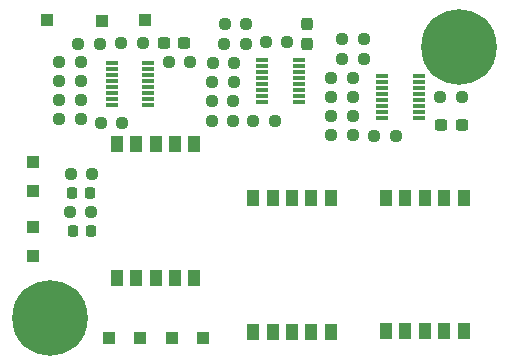
<source format=gbr>
%TF.GenerationSoftware,KiCad,Pcbnew,9.0.5*%
%TF.CreationDate,2026-01-13T21:28:18-06:00*%
%TF.ProjectId,Supplemental Monitoring PCB,53757070-6c65-46d6-956e-74616c204d6f,rev?*%
%TF.SameCoordinates,Original*%
%TF.FileFunction,Soldermask,Top*%
%TF.FilePolarity,Negative*%
%FSLAX46Y46*%
G04 Gerber Fmt 4.6, Leading zero omitted, Abs format (unit mm)*
G04 Created by KiCad (PCBNEW 9.0.5) date 2026-01-13 21:28:18*
%MOMM*%
%LPD*%
G01*
G04 APERTURE LIST*
G04 Aperture macros list*
%AMRoundRect*
0 Rectangle with rounded corners*
0 $1 Rounding radius*
0 $2 $3 $4 $5 $6 $7 $8 $9 X,Y pos of 4 corners*
0 Add a 4 corners polygon primitive as box body*
4,1,4,$2,$3,$4,$5,$6,$7,$8,$9,$2,$3,0*
0 Add four circle primitives for the rounded corners*
1,1,$1+$1,$2,$3*
1,1,$1+$1,$4,$5*
1,1,$1+$1,$6,$7*
1,1,$1+$1,$8,$9*
0 Add four rect primitives between the rounded corners*
20,1,$1+$1,$2,$3,$4,$5,0*
20,1,$1+$1,$4,$5,$6,$7,0*
20,1,$1+$1,$6,$7,$8,$9,0*
20,1,$1+$1,$8,$9,$2,$3,0*%
G04 Aperture macros list end*
%ADD10RoundRect,0.237500X-0.250000X-0.237500X0.250000X-0.237500X0.250000X0.237500X-0.250000X0.237500X0*%
%ADD11RoundRect,0.237500X-0.300000X-0.237500X0.300000X-0.237500X0.300000X0.237500X-0.300000X0.237500X0*%
%ADD12R,0.977900X0.304800*%
%ADD13RoundRect,0.237500X0.237500X-0.300000X0.237500X0.300000X-0.237500X0.300000X-0.237500X-0.300000X0*%
%ADD14RoundRect,0.237500X0.250000X0.237500X-0.250000X0.237500X-0.250000X-0.237500X0.250000X-0.237500X0*%
%ADD15R,1.025000X1.363996*%
%ADD16R,1.000000X1.000000*%
%ADD17RoundRect,0.218750X0.218750X0.256250X-0.218750X0.256250X-0.218750X-0.256250X0.218750X-0.256250X0*%
%ADD18C,3.600000*%
%ADD19C,6.400000*%
G04 APERTURE END LIST*
D10*
%TO.C,R31*%
X150136061Y-101730378D03*
X151961061Y-101730378D03*
%TD*%
D11*
%TO.C,C20*%
X144947500Y-103320000D03*
X146672500Y-103320000D03*
%TD*%
D12*
%TO.C,U7*%
X163458144Y-106129653D03*
X163458144Y-106629779D03*
X163458144Y-107129905D03*
X163458144Y-107630031D03*
X163458144Y-108130157D03*
X163458144Y-108630283D03*
X163458144Y-109130409D03*
X163458144Y-109630535D03*
X166544244Y-109630535D03*
X166544244Y-109130409D03*
X166544244Y-108630283D03*
X166544244Y-108130157D03*
X166544244Y-107630031D03*
X166544244Y-107129905D03*
X166544244Y-106629779D03*
X166544244Y-106129653D03*
%TD*%
D13*
%TO.C,C21*%
X157088561Y-103380378D03*
X157088561Y-101655378D03*
%TD*%
D14*
%TO.C,R40*%
X138905000Y-114360000D03*
X137080000Y-114360000D03*
%TD*%
%TO.C,R25*%
X150921061Y-105020378D03*
X149096061Y-105020378D03*
%TD*%
D10*
%TO.C,R27*%
X152546061Y-109890378D03*
X154371061Y-109890378D03*
%TD*%
D14*
%TO.C,R18*%
X139550000Y-103350000D03*
X137725000Y-103350000D03*
%TD*%
D15*
%TO.C,U9*%
X152532500Y-127770000D03*
X154175000Y-127770000D03*
X155817500Y-127770000D03*
X157460000Y-127770000D03*
X159102500Y-127770000D03*
X159102500Y-116460000D03*
X157460000Y-116460000D03*
X155817500Y-116460000D03*
X154175000Y-116460000D03*
X152532500Y-116460000D03*
%TD*%
D16*
%TO.C,SER*%
X143360000Y-101360000D03*
%TD*%
D10*
%TO.C,R37*%
X159127594Y-109480094D03*
X160952594Y-109480094D03*
%TD*%
D16*
%TO.C,SUPP_REG+*%
X133860000Y-113370000D03*
%TD*%
D10*
%TO.C,R21*%
X136135000Y-108130000D03*
X137960000Y-108130000D03*
%TD*%
D14*
%TO.C,R38*%
X170222500Y-107860000D03*
X168397500Y-107860000D03*
%TD*%
D17*
%TO.C,D2*%
X138760000Y-115970000D03*
X137185000Y-115970000D03*
%TD*%
D15*
%TO.C,U10*%
X163782500Y-127700000D03*
X165425000Y-127700000D03*
X167067500Y-127700000D03*
X168710000Y-127700000D03*
X170352500Y-127700000D03*
X170352500Y-116390000D03*
X168710000Y-116390000D03*
X167067500Y-116390000D03*
X165425000Y-116390000D03*
X163782500Y-116390000D03*
%TD*%
D14*
%TO.C,R1*%
X138812500Y-117640000D03*
X136987500Y-117640000D03*
%TD*%
D12*
%TO.C,U6*%
X153298561Y-104769622D03*
X153298561Y-105269748D03*
X153298561Y-105769874D03*
X153298561Y-106270000D03*
X153298561Y-106770126D03*
X153298561Y-107270252D03*
X153298561Y-107770378D03*
X153298561Y-108270504D03*
X156384661Y-108270504D03*
X156384661Y-107770378D03*
X156384661Y-107270252D03*
X156384661Y-106770126D03*
X156384661Y-106270000D03*
X156384661Y-105769874D03*
X156384661Y-105269748D03*
X156384661Y-104769622D03*
%TD*%
D18*
%TO.C,H4*%
X135330000Y-126550000D03*
D19*
X135330000Y-126550000D03*
%TD*%
D16*
%TO.C,SUPPMON_I1*%
X142970000Y-128270000D03*
%TD*%
D10*
%TO.C,R19*%
X139637500Y-110090000D03*
X141462500Y-110090000D03*
%TD*%
D11*
%TO.C,C22*%
X168457500Y-110270000D03*
X170182500Y-110270000D03*
%TD*%
D16*
%TO.C,SRCLK*%
X139725000Y-101420000D03*
%TD*%
D14*
%TO.C,R23*%
X143182500Y-103330000D03*
X141357500Y-103330000D03*
%TD*%
%TO.C,R26*%
X151921061Y-103350378D03*
X150096061Y-103350378D03*
%TD*%
%TO.C,R28*%
X150861061Y-109890378D03*
X149036061Y-109890378D03*
%TD*%
D12*
%TO.C,U5*%
X140570000Y-105019244D03*
X140570000Y-105519370D03*
X140570000Y-106019496D03*
X140570000Y-106519622D03*
X140570000Y-107019748D03*
X140570000Y-107519874D03*
X140570000Y-108020000D03*
X140570000Y-108520126D03*
X143656100Y-108520126D03*
X143656100Y-108020000D03*
X143656100Y-107519874D03*
X143656100Y-107019748D03*
X143656100Y-106519622D03*
X143656100Y-106019496D03*
X143656100Y-105519370D03*
X143656100Y-105019244D03*
%TD*%
D14*
%TO.C,R22*%
X147222500Y-104900000D03*
X145397500Y-104900000D03*
%TD*%
%TO.C,R24*%
X150911061Y-106620378D03*
X149086061Y-106620378D03*
%TD*%
D10*
%TO.C,R20*%
X136135000Y-109760000D03*
X137960000Y-109760000D03*
%TD*%
%TO.C,R35*%
X162787594Y-111180094D03*
X164612594Y-111180094D03*
%TD*%
%TO.C,R39*%
X160087594Y-102940094D03*
X161912594Y-102940094D03*
%TD*%
%TO.C,R29*%
X149036061Y-108230378D03*
X150861061Y-108230378D03*
%TD*%
D16*
%TO.C,I_SNS_Reg_In*%
X133860000Y-121370000D03*
%TD*%
D17*
%TO.C,D1*%
X138847500Y-119210000D03*
X137272500Y-119210000D03*
%TD*%
D16*
%TO.C,SUPP_IN+*%
X133860000Y-118878333D03*
%TD*%
D10*
%TO.C,R36*%
X159127594Y-111070094D03*
X160952594Y-111070094D03*
%TD*%
D16*
%TO.C,RCLK*%
X135050000Y-101390000D03*
%TD*%
D18*
%TO.C,H2*%
X170000000Y-103610000D03*
D19*
X170000000Y-103610000D03*
%TD*%
D14*
%TO.C,R16*%
X137960000Y-106510000D03*
X136135000Y-106510000D03*
%TD*%
%TO.C,R32*%
X160962594Y-107890094D03*
X159137594Y-107890094D03*
%TD*%
D16*
%TO.C,I_SNS_Reg_Out*%
X133860000Y-115861667D03*
%TD*%
D14*
%TO.C,R17*%
X137960000Y-104910000D03*
X136135000Y-104910000D03*
%TD*%
D16*
%TO.C,SUPPMON_V1*%
X145630000Y-128270000D03*
%TD*%
D14*
%TO.C,R34*%
X161892594Y-104630094D03*
X160067594Y-104630094D03*
%TD*%
%TO.C,R33*%
X160960094Y-106270094D03*
X159135094Y-106270094D03*
%TD*%
D16*
%TO.C,SUPPMON_V2*%
X148290000Y-128270000D03*
%TD*%
D10*
%TO.C,R30*%
X153606061Y-103230378D03*
X155431061Y-103230378D03*
%TD*%
D16*
%TO.C,SUPPMON_I2*%
X140310000Y-128270000D03*
%TD*%
D15*
%TO.C,U8*%
X141000000Y-123180000D03*
X142642500Y-123180000D03*
X144285000Y-123180000D03*
X145927500Y-123180000D03*
X147570000Y-123180000D03*
X147570000Y-111870000D03*
X145927500Y-111870000D03*
X144285000Y-111870000D03*
X142642500Y-111870000D03*
X141000000Y-111870000D03*
%TD*%
M02*

</source>
